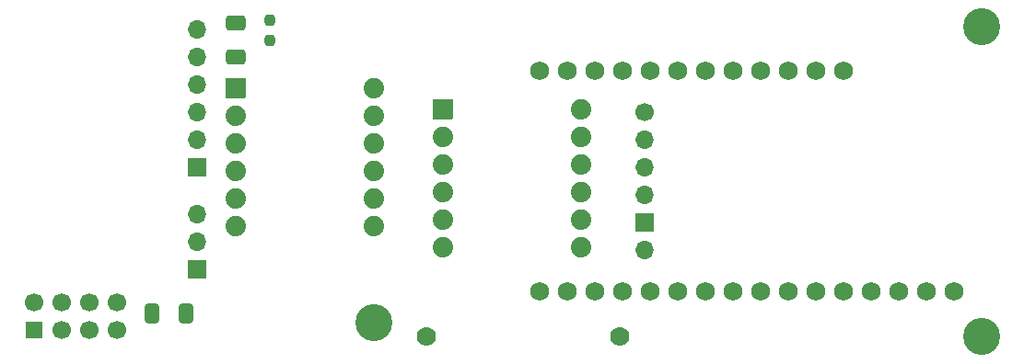
<source format=gbs>
G04 #@! TF.GenerationSoftware,KiCad,Pcbnew,7.0.8*
G04 #@! TF.CreationDate,2024-01-13T09:50:40-08:00*
G04 #@! TF.ProjectId,ph-sensor,70682d73-656e-4736-9f72-2e6b69636164,rev?*
G04 #@! TF.SameCoordinates,Original*
G04 #@! TF.FileFunction,Soldermask,Bot*
G04 #@! TF.FilePolarity,Negative*
%FSLAX46Y46*%
G04 Gerber Fmt 4.6, Leading zero omitted, Abs format (unit mm)*
G04 Created by KiCad (PCBNEW 7.0.8) date 2024-01-13 09:50:40*
%MOMM*%
%LPD*%
G01*
G04 APERTURE LIST*
G04 Aperture macros list*
%AMRoundRect*
0 Rectangle with rounded corners*
0 $1 Rounding radius*
0 $2 $3 $4 $5 $6 $7 $8 $9 X,Y pos of 4 corners*
0 Add a 4 corners polygon primitive as box body*
4,1,4,$2,$3,$4,$5,$6,$7,$8,$9,$2,$3,0*
0 Add four circle primitives for the rounded corners*
1,1,$1+$1,$2,$3*
1,1,$1+$1,$4,$5*
1,1,$1+$1,$6,$7*
1,1,$1+$1,$8,$9*
0 Add four rect primitives between the rounded corners*
20,1,$1+$1,$2,$3,$4,$5,0*
20,1,$1+$1,$4,$5,$6,$7,0*
20,1,$1+$1,$6,$7,$8,$9,0*
20,1,$1+$1,$8,$9,$2,$3,0*%
G04 Aperture macros list end*
%ADD10C,1.778000*%
%ADD11C,3.404000*%
%ADD12RoundRect,0.050800X-0.889000X-0.889000X0.889000X-0.889000X0.889000X0.889000X-0.889000X0.889000X0*%
%ADD13C,1.879600*%
%ADD14C,1.700000*%
%ADD15O,1.700000X1.700000*%
%ADD16R,1.700000X1.700000*%
%ADD17R,1.524000X1.524000*%
%ADD18RoundRect,0.237500X0.237500X-0.250000X0.237500X0.250000X-0.237500X0.250000X-0.237500X-0.250000X0*%
%ADD19C,1.734000*%
%ADD20RoundRect,0.250000X-0.412500X-0.650000X0.412500X-0.650000X0.412500X0.650000X-0.412500X0.650000X0*%
%ADD21RoundRect,0.250000X0.650000X-0.412500X0.650000X0.412500X-0.650000X0.412500X-0.650000X-0.412500X0*%
G04 APERTURE END LIST*
D10*
X139446000Y-97155000D03*
X157226000Y-97155000D03*
D11*
X190500000Y-68580000D03*
D12*
X121920000Y-74295000D03*
D13*
X121920000Y-76835000D03*
X121920000Y-79375000D03*
X121920000Y-81915000D03*
X121920000Y-84455000D03*
X121920000Y-86995000D03*
X134620000Y-74295000D03*
X134620000Y-76835000D03*
X134620000Y-79375000D03*
X134620000Y-81915000D03*
X134620000Y-84455000D03*
X134620000Y-86995000D03*
D11*
X190500000Y-97155000D03*
D14*
X159512000Y-76454000D03*
D15*
X159512000Y-78994000D03*
X159512000Y-81534000D03*
X159512000Y-84074000D03*
D16*
X159512000Y-86614000D03*
D15*
X159512000Y-89154000D03*
D12*
X140970000Y-76200000D03*
D13*
X140970000Y-78740000D03*
X140970000Y-81280000D03*
X140970000Y-83820000D03*
X140970000Y-86360000D03*
X140970000Y-88900000D03*
X153670000Y-76200000D03*
X153670000Y-78740000D03*
X153670000Y-81280000D03*
X153670000Y-83820000D03*
X153670000Y-86360000D03*
X153670000Y-88900000D03*
D11*
X134620000Y-95885000D03*
D17*
X103378000Y-96520000D03*
D14*
X103378000Y-93980000D03*
X105918000Y-96520000D03*
X105918000Y-93980000D03*
X108458000Y-96520000D03*
X108458000Y-93980000D03*
X110998000Y-96520000D03*
X110998000Y-93980000D03*
D16*
X118364000Y-90932000D03*
D15*
X118364000Y-88392000D03*
X118364000Y-85852000D03*
D18*
X125095000Y-69850000D03*
X125095000Y-68025000D03*
D19*
X187960000Y-92964000D03*
X185420000Y-92964000D03*
X182880000Y-92964000D03*
X180340000Y-92964000D03*
X177800000Y-92964000D03*
X175260000Y-92964000D03*
X172720000Y-92964000D03*
X170180000Y-92964000D03*
X167640000Y-92964000D03*
X165100000Y-92964000D03*
X162560000Y-92964000D03*
X160020000Y-92964000D03*
X157480000Y-92964000D03*
X154940000Y-92964000D03*
X152400000Y-92964000D03*
X149860000Y-92964000D03*
X149860000Y-72644000D03*
X152400000Y-72644000D03*
X154940000Y-72644000D03*
X157480000Y-72644000D03*
X160020000Y-72644000D03*
X162560000Y-72644000D03*
X165100000Y-72644000D03*
X167640000Y-72644000D03*
X170180000Y-72644000D03*
X172720000Y-72644000D03*
X175260000Y-72644000D03*
X177800000Y-72644000D03*
D20*
X114261500Y-94996000D03*
X117386500Y-94996000D03*
D16*
X118364000Y-81534000D03*
D15*
X118364000Y-78994000D03*
X118364000Y-76454000D03*
X118364000Y-73914000D03*
X118364000Y-71374000D03*
X118364000Y-68834000D03*
D21*
X121920000Y-71412500D03*
X121920000Y-68287500D03*
M02*

</source>
